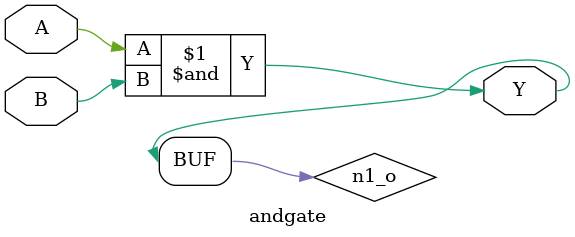
<source format=v>
module andgate
  (input  A,
   input  B,
   output Y);
  wire n1_o;
  assign Y = n1_o;
  /* andgate.vhd:21:8  */
  assign n1_o = A & B;
endmodule


</source>
